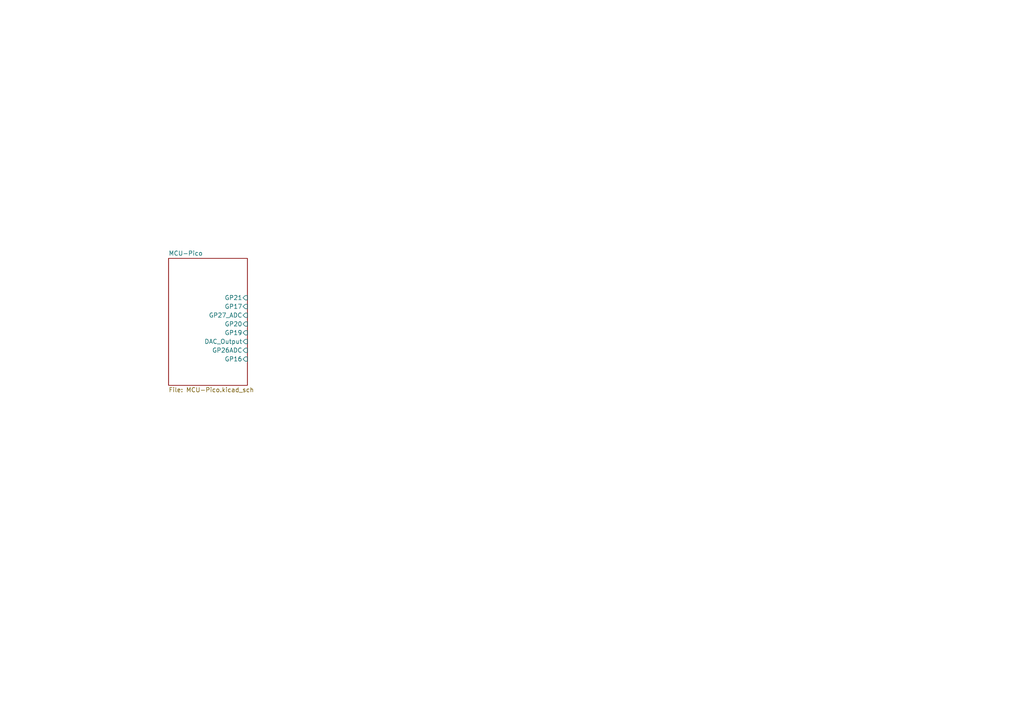
<source format=kicad_sch>
(kicad_sch
	(version 20231120)
	(generator "eeschema")
	(generator_version "8.0")
	(uuid "4a54c707-7b6f-4a3d-a74d-5e3526114aba")
	(paper "A4")
	(lib_symbols)
	(sheet
		(at 48.895 74.93)
		(size 22.86 36.83)
		(fields_autoplaced yes)
		(stroke
			(width 0.1524)
			(type solid)
		)
		(fill
			(color 0 0 0 0.0000)
		)
		(uuid "d6065a19-0b79-41fb-9ebd-95029b65316d")
		(property "Sheetname" "MCU-Pico"
			(at 48.895 74.2184 0)
			(effects
				(font
					(size 1.27 1.27)
				)
				(justify left bottom)
			)
		)
		(property "Sheetfile" "MCU-Pico.kicad_sch"
			(at 48.895 112.3446 0)
			(effects
				(font
					(size 1.27 1.27)
				)
				(justify left top)
			)
		)
		(pin "GP16" input
			(at 71.755 104.14 0)
			(effects
				(font
					(size 1.27 1.27)
				)
				(justify right)
			)
			(uuid "bba45a0d-0783-4d59-b339-760c81aef800")
		)
		(pin "GP20" input
			(at 71.755 93.98 0)
			(effects
				(font
					(size 1.27 1.27)
				)
				(justify right)
			)
			(uuid "7a6a6b94-bb72-43e1-8be9-d3807f8617ba")
		)
		(pin "GP19" input
			(at 71.755 96.52 0)
			(effects
				(font
					(size 1.27 1.27)
				)
				(justify right)
			)
			(uuid "d87fb1b8-a56c-4f5f-9061-c650974cc3da")
		)
		(pin "GP17" input
			(at 71.755 88.9 0)
			(effects
				(font
					(size 1.27 1.27)
				)
				(justify right)
			)
			(uuid "9362b487-9788-481e-8721-b862b08a4ea0")
		)
		(pin "GP21" input
			(at 71.755 86.36 0)
			(effects
				(font
					(size 1.27 1.27)
				)
				(justify right)
			)
			(uuid "7b9d07ae-cf26-42fd-a8a7-0c44032c4fec")
		)
		(pin "GP27_ADC" input
			(at 71.755 91.44 0)
			(effects
				(font
					(size 1.27 1.27)
				)
				(justify right)
			)
			(uuid "9c895c65-5431-4ec3-8e0e-73dd75530bf4")
		)
		(pin "DAC_Output" input
			(at 71.755 99.06 0)
			(effects
				(font
					(size 1.27 1.27)
				)
				(justify right)
			)
			(uuid "ecd71e74-2228-4ba2-9b3b-882dd088c5c6")
		)
		(pin "GP26ADC" input
			(at 71.755 101.6 0)
			(effects
				(font
					(size 1.27 1.27)
				)
				(justify right)
			)
			(uuid "65468f7e-04bb-43e3-9128-0760440d4107")
		)
		(instances
			(project "Turbopump Controller"
				(path "/4a54c707-7b6f-4a3d-a74d-5e3526114aba"
					(page "2")
				)
			)
		)
	)
	(sheet_instances
		(path "/"
			(page "1")
		)
	)
)

</source>
